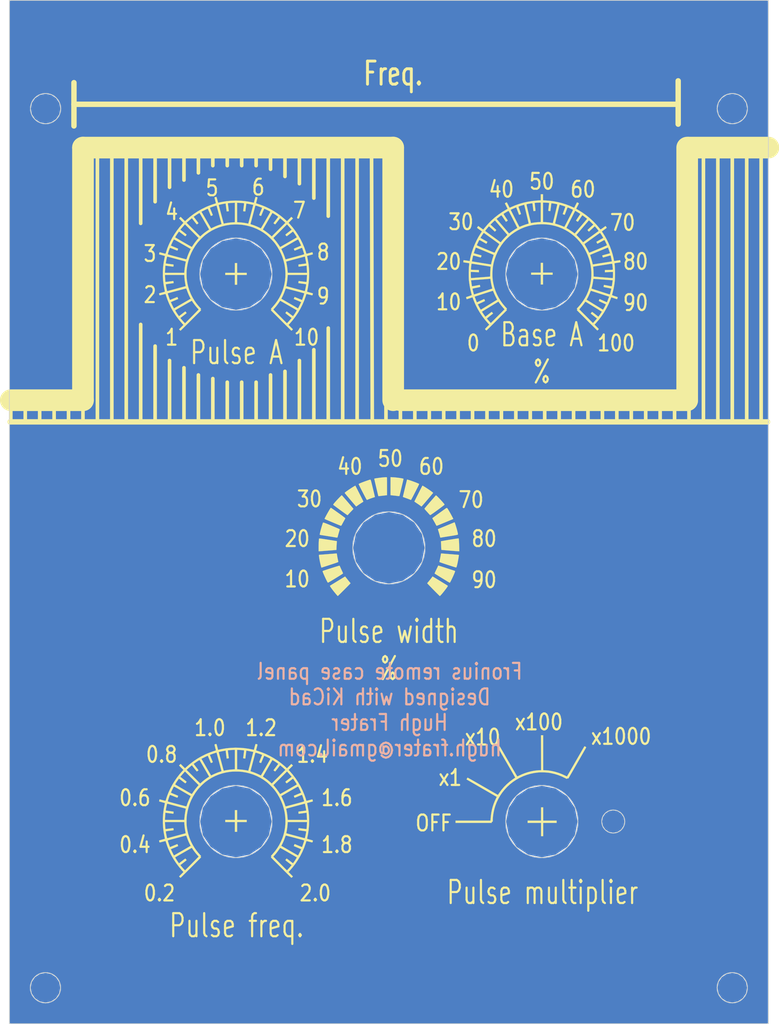
<source format=kicad_pcb>
(kicad_pcb (version 4) (host pcbnew 4.0.7-e2-6376~58~ubuntu14.04.1)
  (layers (0 F.Cu signal hide) (31 B.Cu signal hide) (34 B.Paste user hide) (36 B.SilkS user hide) (37 F.SilkS user) (38 B.Mask user hide) (39 F.Mask user) (44 Edge.Cuts user))
  (net 0 "")
  (module "SilkScreenGraphics:20mm scale" (layer F.Cu) (at 82.2 65.1)
    (fp_text reference G*** hide)
    (fp_text value LOGO hide)
  )
  (module "SilkScreenGraphics:20mm scale" (layer F.Cu) (at 82.2 140.9)
    (fp_text reference G*** hide)
    (fp_text value LOGO hide)
  )
  (module "SilkScreenGraphics:rotary switch" (layer F.Cu) (at 121.7 137.4)
    (fp_text reference G*** hide)
    (fp_text value LOGO hide)
  )
  (module "SilkScreenGraphics:20mm scale - 100%" (layer F.Cu) (at 124.6 64.9)
    (fp_text reference G*** hide)
    (fp_text value LOGO hide)
  )
  (module "SilkScreenGraphics:segmented scale" (layer F.Cu) (at 103.4 102.9)
    (fp_text reference G*** hide)
    (fp_text value LOGO hide)
  )
  (gr_text "Fronius remote case panel\nDesigned with KiCad\nHugh Frater\nhugh.frater@gmail.com" (at 103.5 126.9) (layer B.SilkS) (effects (font (size 2.2 1.8) (thickness 0.3)) (justify mirror)))
  (gr_text "Pulse width\n%" (at 103.4 118.6) (layer F.SilkS) (effects (font (size 3.2 2.2) (thickness 0.3))))
  (gr_text 90 (at 116.6 108.9) (layer F.SilkS) (effects (font (size 2.2 1.8) (thickness 0.3))))
  (gr_text 80 (at 116.6 103.2) (layer F.SilkS) (effects (font (size 2.2 1.8) (thickness 0.3))))
  (gr_text 70 (at 114.8 97.8) (layer F.SilkS) (effects (font (size 2.2 1.8) (thickness 0.3))))
  (gr_text 60 (at 109.3 93.2) (layer F.SilkS) (effects (font (size 2.2 1.8) (thickness 0.3))))
  (gr_text 50 (at 103.6 92.1) (layer F.SilkS) (effects (font (size 2.2 1.8) (thickness 0.3))))
  (gr_text 40 (at 98 93.2) (layer F.SilkS) (effects (font (size 2.2 1.8) (thickness 0.3))))
  (gr_text 30 (at 92.4 97.7) (layer F.SilkS) (effects (font (size 2.2 1.8) (thickness 0.3))))
  (gr_text 20 (at 90.7 103.2) (layer F.SilkS) (effects (font (size 2.2 1.8) (thickness 0.3))))
  (gr_text 10 (at 90.7 108.8) (layer F.SilkS) (effects (font (size 2.2 1.8) (thickness 0.3))))
  (gr_text 10 (at 111.7 70.4) (layer F.SilkS) (effects (font (size 2.2 1.8) (thickness 0.3))))
  (gr_text "Pulse multiplier" (at 124.7 152.2) (layer F.SilkS) (effects (font (size 3.2 2.2) (thickness 0.3))))
  (gr_text "Pulse freq." (at 82.3 156.8) (layer F.SilkS) (effects (font (size 3.2 2.25) (thickness 0.3))))
  (gr_text "Base A\n%" (at 124.6 77.5) (layer F.SilkS) (effects (font (size 3.2 2.2) (thickness 0.3))))
  (gr_text "Pulse A" (at 82.3 77.4) (layer F.SilkS) (effects (font (size 3.2 2.25) (thickness 0.3))))
  (gr_text x1000 (at 135.6 130.6) (layer F.SilkS) (effects (font (size 2.2 1.8) (thickness 0.3))))
  (gr_text x100 (at 124.2 128.6) (layer F.SilkS) (effects (font (size 2.2 1.8) (thickness 0.3))))
  (gr_text x10 (at 116.4 130.7) (layer F.SilkS) (effects (font (size 2.2 1.8) (thickness 0.3))))
  (gr_text x1 (at 111.9 136.3) (layer F.SilkS) (effects (font (size 2.2 1.8) (thickness 0.3))))
  (gr_text OFF (at 109.6 142.6) (layer F.SilkS) (effects (font (size 2.2 1.8) (thickness 0.3))))
  (gr_text 90 (at 137.6 70.5) (layer F.SilkS) (effects (font (size 2.2 1.8) (thickness 0.3))))
  (gr_text 80 (at 137.6 64.8) (layer F.SilkS) (effects (font (size 2.2 1.8) (thickness 0.3))))
  (gr_text 70 (at 135.8 59.4) (layer F.SilkS) (effects (font (size 2.2 1.8) (thickness 0.3))))
  (gr_text 60 (at 130.3 54.8) (layer F.SilkS) (effects (font (size 2.2 1.8) (thickness 0.3))))
  (gr_text 50 (at 124.6 53.7) (layer F.SilkS) (effects (font (size 2.2 1.8) (thickness 0.3))))
  (gr_text 40 (at 119 54.8) (layer F.SilkS) (effects (font (size 2.2 1.8) (thickness 0.3))))
  (gr_text 30 (at 113.4 59.3) (layer F.SilkS) (effects (font (size 2.2 1.8) (thickness 0.3))))
  (gr_text 20 (at 111.7 64.8) (layer F.SilkS) (effects (font (size 2.2 1.8) (thickness 0.3))))
  (gr_text 100 (at 134.9 76.1) (layer F.SilkS) (effects (font (size 2.2 1.8) (thickness 0.3))))
  (gr_text 0 (at 115.1 76.1) (layer F.SilkS) (effects (font (size 2.2 1.8) (thickness 0.3))))
  (gr_text 2.0 (at 93.2 152.3) (layer F.SilkS) (effects (font (size 2.2 1.8) (thickness 0.3))))
  (gr_text 1.8 (at 96.2 145.6) (layer F.SilkS) (effects (font (size 2.2 1.8) (thickness 0.3))))
  (gr_text 1.6 (at 96.2 139.1) (layer F.SilkS) (effects (font (size 2.2 1.8) (thickness 0.3))))
  (gr_text 1.4 (at 92.8 133.1) (layer F.SilkS) (effects (font (size 2.2 1.8) (thickness 0.3))))
  (gr_text 1.2 (at 85.7 129.4) (layer F.SilkS) (effects (font (size 2.2 1.8) (thickness 0.3))))
  (gr_text 1.0 (at 78.6 129.4) (layer F.SilkS) (effects (font (size 2.2 1.8) (thickness 0.3))))
  (gr_text 0.8 (at 71.9 133.1) (layer F.SilkS) (effects (font (size 2.2 1.8) (thickness 0.3))))
  (gr_text 0.6 (at 68.2 139.1) (layer F.SilkS) (effects (font (size 2.2 1.8) (thickness 0.3))))
  (gr_text 0.4 (at 68.2 145.6) (layer F.SilkS) (effects (font (size 2.2 1.8) (thickness 0.3))))
  (gr_text 0.2 (at 71.6 152.3) (layer F.SilkS) (effects (font (size 2.2 1.8) (thickness 0.3))))
  (gr_text 10 (at 92 75.3) (layer F.SilkS) (effects (font (size 2.2 1.8) (thickness 0.3))))
  (gr_text 9 (at 94.3 69.6) (layer F.SilkS) (effects (font (size 2.2 1.8) (thickness 0.3))))
  (gr_text 8 (at 94.3 63.5) (layer F.SilkS) (effects (font (size 2.2 1.8) (thickness 0.3))))
  (gr_text 7 (at 91 57.7) (layer F.SilkS) (effects (font (size 2.2 1.8) (thickness 0.3))))
  (gr_text 6 (at 85.3 54.5) (layer F.SilkS) (effects (font (size 2.2 1.8) (thickness 0.3))))
  (gr_text 5 (at 78.9 54.6) (layer F.SilkS) (effects (font (size 2.2 1.8) (thickness 0.3))))
  (gr_text 4 (at 73.3 57.9) (layer F.SilkS) (effects (font (size 2.2 1.8) (thickness 0.3))))
  (gr_text 3 (at 70.3 63.7) (layer F.SilkS) (effects (font (size 2.2 1.8) (thickness 0.3))))
  (gr_text 2 (at 70.3 69.4) (layer F.SilkS) (effects (font (size 2.2 1.8) (thickness 0.3))))
  (gr_text 1 (at 73.3 75.3) (layer F.SilkS) (effects (font (size 2.2 1.8) (thickness 0.3))))
  (gr_line (start 155 87) (end 155 49) (layer F.SilkS) (width 0.5))
  (gr_line (start 153 50) (end 153 87) (layer F.SilkS) (width 0.5))
  (gr_line (start 151 86.9) (end 151 50) (layer F.SilkS) (width 0.5))
  (gr_line (start 149 50) (end 149 87) (layer F.SilkS) (width 0.5))
  (gr_line (start 147 87) (end 147 50) (layer F.SilkS) (width 0.5))
  (gr_line (start 145 87) (end 145 85) (layer F.SilkS) (width 0.5))
  (gr_line (start 143 87) (end 143 85) (layer F.SilkS) (width 0.5))
  (gr_line (start 141 87) (end 141 85) (layer F.SilkS) (width 0.5))
  (gr_line (start 139 87) (end 139 85) (layer F.SilkS) (width 0.5))
  (gr_line (start 137 87) (end 137 85) (layer F.SilkS) (width 0.5))
  (gr_line (start 135 87) (end 135 85) (layer F.SilkS) (width 0.5))
  (gr_line (start 133 87.1) (end 133 85) (layer F.SilkS) (width 0.5))
  (gr_line (start 131 87) (end 131 85) (layer F.SilkS) (width 0.5))
  (gr_line (start 129 87) (end 129 85) (layer F.SilkS) (width 0.5))
  (gr_line (start 127 87) (end 127 85) (layer F.SilkS) (width 0.5))
  (gr_line (start 125 87) (end 125 85) (layer F.SilkS) (width 0.5))
  (gr_line (start 123 86.9) (end 123 85) (layer F.SilkS) (width 0.5))
  (gr_line (start 121 87) (end 121 85) (layer F.SilkS) (width 0.5))
  (gr_line (start 119 87) (end 119 85) (layer F.SilkS) (width 0.5))
  (gr_line (start 117 87) (end 117 85) (layer F.SilkS) (width 0.5))
  (gr_line (start 115 87) (end 115 85) (layer F.SilkS) (width 0.5))
  (gr_line (start 113 87) (end 113 85) (layer F.SilkS) (width 0.5))
  (gr_line (start 111 87) (end 111 85) (layer F.SilkS) (width 0.5))
  (gr_line (start 109 87) (end 109 85) (layer F.SilkS) (width 0.5))
  (gr_line (start 107 87) (end 107 85) (layer F.SilkS) (width 0.5))
  (gr_line (start 105 87) (end 105 85) (layer F.SilkS) (width 0.5))
  (gr_line (start 103 87) (end 103 84.5) (layer F.SilkS) (width 0.5))
  (gr_line (start 101 50) (end 101.1 87.1) (layer F.SilkS) (width 0.5))
  (gr_line (start 99 50) (end 99 87) (layer F.SilkS) (width 0.5))
  (gr_line (start 73 78.5) (end 73 87) (layer F.SilkS) (width 0.5))
  (gr_line (start 75 87) (end 75 79.5) (layer F.SilkS) (width 0.5))
  (gr_line (start 77 87) (end 77 80.5) (layer F.SilkS) (width 0.5))
  (gr_line (start 79 87) (end 79 81) (layer F.SilkS) (width 0.5))
  (gr_line (start 81 87) (end 81 81.5) (layer F.SilkS) (width 0.5))
  (gr_line (start 83 87) (end 83 81.5) (layer F.SilkS) (width 0.5))
  (gr_line (start 85 86.8) (end 85 81.5) (layer F.SilkS) (width 0.5))
  (gr_line (start 87 80.5) (end 87 86.9) (layer F.SilkS) (width 0.5))
  (gr_line (start 89 80) (end 89 86.9) (layer F.SilkS) (width 0.5))
  (gr_line (start 91 78.5) (end 91 87) (layer F.SilkS) (width 0.5))
  (gr_line (start 93 77) (end 93 87.1) (layer F.SilkS) (width 0.5))
  (gr_line (start 95 74) (end 95 87.1) (layer F.SilkS) (width 0.5))
  (gr_line (start 97 50.5) (end 97 87) (layer F.SilkS) (width 0.5))
  (gr_line (start 95 50.5) (end 95 58.5) (layer F.SilkS) (width 0.5))
  (gr_line (start 93 50.5) (end 93 56) (layer F.SilkS) (width 0.5))
  (gr_line (start 91 50.5) (end 91 54) (layer F.SilkS) (width 0.5))
  (gr_line (start 89 50.5) (end 89 53) (layer F.SilkS) (width 0.5))
  (gr_line (start 87 50.5) (end 87 52) (layer F.SilkS) (width 0.5))
  (gr_line (start 85 50.5) (end 85 51.5) (layer F.SilkS) (width 0.5))
  (gr_line (start 83 50.5) (end 83 51.5) (layer F.SilkS) (width 0.5))
  (gr_line (start 81 50.5) (end 81 51.5) (layer F.SilkS) (width 0.5))
  (gr_line (start 79 50.5) (end 79 51.5) (layer F.SilkS) (width 0.5))
  (gr_line (start 77 50.5) (end 77 52.5) (layer F.SilkS) (width 0.5))
  (gr_line (start 75 50.5) (end 75 53.5) (layer F.SilkS) (width 0.5))
  (gr_line (start 73 50.5) (end 73 54.5) (layer F.SilkS) (width 0.5))
  (gr_line (start 71 50.5) (end 71 56.5) (layer F.SilkS) (width 0.5))
  (gr_line (start 69 50.5) (end 69 59.5) (layer F.SilkS) (width 0.5))
  (gr_line (start 71 87) (end 71 76.5) (layer F.SilkS) (width 0.5))
  (gr_line (start 69 87) (end 69 73.5) (layer F.SilkS) (width 0.5))
  (gr_line (start 67 87) (end 67 50) (layer F.SilkS) (width 0.5))
  (gr_line (start 65 87) (end 65 50) (layer F.SilkS) (width 0.5))
  (gr_line (start 63 86.9) (end 63 50) (layer F.SilkS) (width 0.5))
  (gr_line (start 61 85) (end 61 87) (layer F.SilkS) (width 0.5))
  (gr_line (start 59 85) (end 59 87) (layer F.SilkS) (width 0.5))
  (gr_line (start 51 85) (end 51 87.1) (layer F.SilkS) (width 0.5))
  (gr_line (start 53 85) (end 53 87) (layer F.SilkS) (width 0.5))
  (gr_line (start 55 85) (end 55 87) (layer F.SilkS) (width 0.5))
  (gr_line (start 57 85) (end 57 87) (layer F.SilkS) (width 0.5))
  (gr_line (start 50.9 87) (end 155.9 87) (layer F.SilkS) (width 0.75))
  (gr_line (start 61 84) (end 51 84) (layer F.SilkS) (width 3))
  (gr_line (start 145 49) (end 156 49) (layer F.SilkS) (width 3))
  (gr_line (start 144.75 84) (end 144.75 49) (layer F.SilkS) (width 3))
  (gr_text Freq. (at 104 38.75) (layer F.SilkS) (effects (font (size 3.2 2.2) (thickness 0.4))))
  (gr_line (start 59.75 40) (end 59.75 46) (layer F.SilkS) (width 0.75))
  (gr_line (start 143.5 39.75) (end 143.5 45.75) (layer F.SilkS) (width 0.75))
  (gr_line (start 59.75 43) (end 143.5 43) (layer F.SilkS) (width 0.75))
  (gr_line (start 104 49) (end 104 84) (layer F.SilkS) (width 3))
  (gr_line (start 61 49) (end 104 49) (layer F.SilkS) (width 3))
  (gr_line (start 61 84) (end 61 49) (layer F.SilkS) (width 3))
  (gr_line (start 105 84) (end 144.75 84) (layer F.SilkS) (width 3))
  (gr_circle (center 134.5 142.375) (end 136.1 142.375) (layer Edge.Cuts) (width 0.1))
  (gr_circle (center 124.6 142.375) (end 129.6 142.375) (layer Edge.Cuts) (width 0.1))
  (gr_circle (center 82.2 142.375) (end 87.2 142.375) (layer Edge.Cuts) (width 0.1))
  (gr_circle (center 103.4 104.45) (end 108.4 104.45) (layer Edge.Cuts) (width 0.1))
  (gr_circle (center 124.6 66.525) (end 129.6 66.525) (layer Edge.Cuts) (width 0.1))
  (gr_circle (center 82.2 66.525) (end 87.2 66.525) (layer Edge.Cuts) (width 0.1))
  (gr_line (start 50.8 28.6) (end 156 28.6) (layer Edge.Cuts) (width 0.1))
  (gr_line (start 50.8 170.4) (end 50.8 28.6) (layer Edge.Cuts) (width 0.1))
  (gr_line (start 156 170.4) (end 50.8 170.4) (layer Edge.Cuts) (width 0.1))
  (gr_line (start 156 28.6) (end 156 170.4) (layer Edge.Cuts) (width 0.1))
  (gr_circle (center 151.005723 43.6) (end 153.105723 43.6) (layer Edge.Cuts) (width 0.1))
  (gr_circle (center 55.819222 43.6) (end 57.919222 43.6) (layer Edge.Cuts) (width 0.1))
  (gr_circle (center 151 165.4) (end 153.1 165.4) (layer Edge.Cuts) (width 0.1))
  (gr_circle (center 55.8 165.4) (end 57.9 165.4) (layer Edge.Cuts) (width 0.1))
  (zone (net 0) (net_name "") (layer F.Cu) (connect_pads (clearance 0.508)) (min_thickness 0.254) (fill yes (arc_segments 16) (thermal_gap 0.508) (thermal_bridge_width 0.508))
    (polygon (pts (xy 50.8 28.6) (xy 156 28.6) (xy 156 170.4) (xy 50.8 170.4)))
  )
  (zone (net 0) (net_name "") (layer B.Cu) (connect_pads (clearance 0)) (min_thickness 0.254) (fill yes (mode segment) (arc_segments 16) (thermal_gap 0.508) (thermal_bridge_width 0.508))
    (polygon (pts (xy 50.8 28.6) (xy 156 28.6) (xy 156 170.4) (xy 50.8 170.4)))
  )
)
</source>
